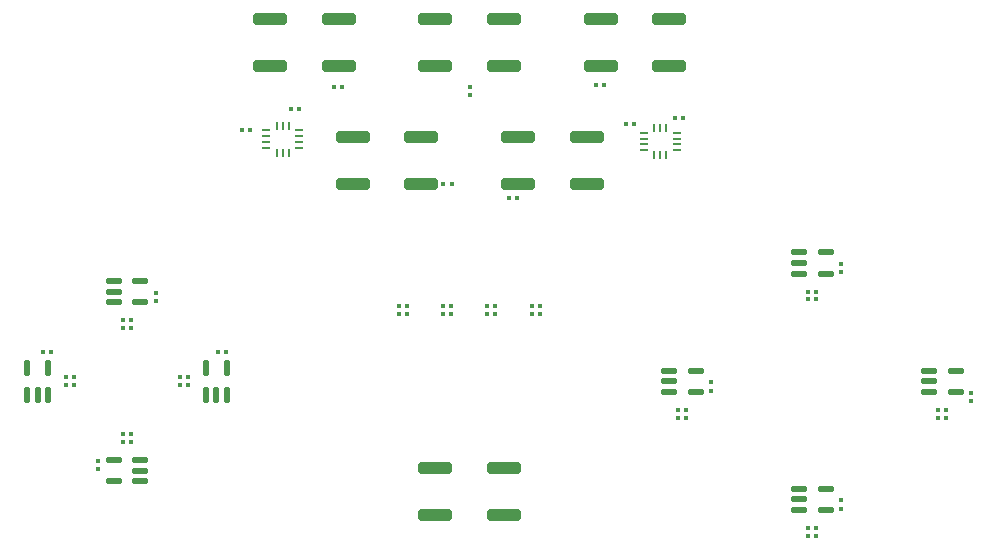
<source format=gbr>
%TF.GenerationSoftware,KiCad,Pcbnew,9.0.6-rc2*%
%TF.CreationDate,2025-11-03T16:29:51-08:00*%
%TF.ProjectId,Latte_Main_Board,4c617474-655f-44d6-9169-6e5f426f6172,rev?*%
%TF.SameCoordinates,Original*%
%TF.FileFunction,Paste,Top*%
%TF.FilePolarity,Positive*%
%FSLAX46Y46*%
G04 Gerber Fmt 4.6, Leading zero omitted, Abs format (unit mm)*
G04 Created by KiCad (PCBNEW 9.0.6-rc2) date 2025-11-03 16:29:51*
%MOMM*%
%LPD*%
G01*
G04 APERTURE LIST*
G04 Aperture macros list*
%AMRoundRect*
0 Rectangle with rounded corners*
0 $1 Rounding radius*
0 $2 $3 $4 $5 $6 $7 $8 $9 X,Y pos of 4 corners*
0 Add a 4 corners polygon primitive as box body*
4,1,4,$2,$3,$4,$5,$6,$7,$8,$9,$2,$3,0*
0 Add four circle primitives for the rounded corners*
1,1,$1+$1,$2,$3*
1,1,$1+$1,$4,$5*
1,1,$1+$1,$6,$7*
1,1,$1+$1,$8,$9*
0 Add four rect primitives between the rounded corners*
20,1,$1+$1,$2,$3,$4,$5,0*
20,1,$1+$1,$4,$5,$6,$7,0*
20,1,$1+$1,$6,$7,$8,$9,0*
20,1,$1+$1,$8,$9,$2,$3,0*%
G04 Aperture macros list end*
%ADD10R,0.370000X0.370000*%
%ADD11RoundRect,0.079500X0.079500X0.100500X-0.079500X0.100500X-0.079500X-0.100500X0.079500X-0.100500X0*%
%ADD12RoundRect,0.079500X0.100500X-0.079500X0.100500X0.079500X-0.100500X0.079500X-0.100500X-0.079500X0*%
%ADD13RoundRect,0.079500X-0.079500X-0.100500X0.079500X-0.100500X0.079500X0.100500X-0.079500X0.100500X0*%
%ADD14RoundRect,0.150000X-1.250000X-0.350000X1.250000X-0.350000X1.250000X0.350000X-1.250000X0.350000X0*%
%ADD15RoundRect,0.079500X-0.100500X0.079500X-0.100500X-0.079500X0.100500X-0.079500X0.100500X0.079500X0*%
%ADD16RoundRect,0.137500X0.525000X0.137500X-0.525000X0.137500X-0.525000X-0.137500X0.525000X-0.137500X0*%
%ADD17RoundRect,0.137500X-0.525000X-0.137500X0.525000X-0.137500X0.525000X0.137500X-0.525000X0.137500X0*%
%ADD18R,0.745000X0.280000*%
%ADD19R,0.280000X0.745000*%
%ADD20RoundRect,0.137500X0.137500X-0.525000X0.137500X0.525000X-0.137500X0.525000X-0.137500X-0.525000X0*%
G04 APERTURE END LIST*
D10*
%TO.C,RGB3*%
X104861562Y-69296391D03*
X105531562Y-69296391D03*
X105531562Y-68626391D03*
X104861562Y-68626391D03*
%TD*%
D11*
%TO.C,R17*%
X74665400Y-39547800D03*
X73975400Y-39547800D03*
%TD*%
D10*
%TO.C,RGB6*%
X78367681Y-49830020D03*
X77697681Y-49830020D03*
X77697681Y-50500020D03*
X78367681Y-50500020D03*
%TD*%
%TO.C,RGB11*%
X46848054Y-61365036D03*
X47518054Y-61365036D03*
X47518054Y-60695036D03*
X46848054Y-60695036D03*
%TD*%
D12*
%TO.C,C7*%
X49640000Y-49435000D03*
X49640000Y-48745000D03*
%TD*%
D13*
%TO.C,R18*%
X79535000Y-40700000D03*
X80225000Y-40700000D03*
%TD*%
D14*
%TO.C,SW7*%
X59290000Y-25540001D03*
X65090000Y-25540001D03*
X59290000Y-29540001D03*
X65090000Y-29540001D03*
%TD*%
%TO.C,SW6*%
X80290000Y-35540001D03*
X86090000Y-35540001D03*
X80290000Y-39540001D03*
X86090000Y-39540001D03*
%TD*%
D10*
%TO.C,RGB4*%
X93861563Y-59296390D03*
X94531563Y-59296390D03*
X94531563Y-58626390D03*
X93861563Y-58626390D03*
%TD*%
D15*
%TO.C,C5*%
X118650000Y-57215000D03*
X118650000Y-57905000D03*
%TD*%
D11*
%TO.C,C26*%
X61736800Y-33147000D03*
X61046800Y-33147000D03*
%TD*%
D16*
%TO.C,U11*%
X46045554Y-62880036D03*
X46045554Y-64680036D03*
X48320554Y-64680036D03*
X48320554Y-63780036D03*
X48320554Y-62880036D03*
%TD*%
D14*
%TO.C,SW1*%
X73290000Y-63540002D03*
X79090000Y-63540002D03*
X73290000Y-67540002D03*
X79090000Y-67540002D03*
%TD*%
D10*
%TO.C,RGB10*%
X42030177Y-56546390D03*
X42700177Y-56546390D03*
X42700177Y-55876390D03*
X42030177Y-55876390D03*
%TD*%
D17*
%TO.C,U8*%
X48321322Y-49543514D03*
X48321322Y-47743514D03*
X46046322Y-47743514D03*
X46046322Y-48643514D03*
X46046322Y-49543514D03*
%TD*%
%TO.C,U3*%
X95334063Y-57111390D03*
X95334063Y-55311390D03*
X93059063Y-55311390D03*
X93059063Y-56211390D03*
X93059063Y-57111390D03*
%TD*%
D13*
%TO.C,R20*%
X86855000Y-31160000D03*
X87545000Y-31160000D03*
%TD*%
D17*
%TO.C,U1*%
X106334063Y-47111390D03*
X106334063Y-45311390D03*
X104059063Y-45311390D03*
X104059063Y-46211390D03*
X104059063Y-47111390D03*
%TD*%
D13*
%TO.C,R19*%
X64735000Y-31300000D03*
X65425000Y-31300000D03*
%TD*%
D17*
%TO.C,U6*%
X117334063Y-57111391D03*
X117334063Y-55311391D03*
X115059063Y-55311391D03*
X115059063Y-56211391D03*
X115059063Y-57111391D03*
%TD*%
D14*
%TO.C,SW2*%
X73290000Y-25540001D03*
X79090000Y-25540001D03*
X73290000Y-29540001D03*
X79090000Y-29540001D03*
%TD*%
D12*
%TO.C,C4*%
X96650000Y-57005000D03*
X96650000Y-56315000D03*
%TD*%
D14*
%TO.C,SW8*%
X87290000Y-25540001D03*
X93090000Y-25540001D03*
X87290000Y-29540001D03*
X93090000Y-29540001D03*
%TD*%
%TO.C,SW5*%
X66290000Y-35540001D03*
X72090000Y-35540001D03*
X66290000Y-39540001D03*
X72090000Y-39540001D03*
%TD*%
D18*
%TO.C,U5*%
X93710000Y-36670000D03*
X93710000Y-36170000D03*
X93710000Y-35670000D03*
X93710000Y-35170000D03*
D19*
X92812000Y-34772000D03*
X92312000Y-34772000D03*
X91812000Y-34772000D03*
D18*
X90914000Y-35170000D03*
X90914000Y-35670000D03*
X90914000Y-36170000D03*
X90914000Y-36670000D03*
D19*
X91812000Y-37068000D03*
X92312000Y-37068000D03*
X92812000Y-37068000D03*
%TD*%
D11*
%TO.C,C8*%
X55595000Y-53760000D03*
X54905000Y-53760000D03*
%TD*%
D13*
%TO.C,C27*%
X89393200Y-34442400D03*
X90083200Y-34442400D03*
%TD*%
D10*
%TO.C,RGB7*%
X74617681Y-49830020D03*
X73947681Y-49830020D03*
X73947681Y-50500020D03*
X74617681Y-50500020D03*
%TD*%
D11*
%TO.C,C17*%
X40765000Y-53750000D03*
X40075000Y-53750000D03*
%TD*%
D13*
%TO.C,C24*%
X56881200Y-34950400D03*
X57571200Y-34950400D03*
%TD*%
D10*
%TO.C,RGB5*%
X82117681Y-49830020D03*
X81447681Y-49830020D03*
X81447681Y-50500020D03*
X82117681Y-50500020D03*
%TD*%
%TO.C,RGB12*%
X51666698Y-56547158D03*
X52336698Y-56547158D03*
X52336698Y-55877158D03*
X51666698Y-55877158D03*
%TD*%
D20*
%TO.C,U9*%
X55651698Y-55074658D03*
X53851698Y-55074658D03*
X53851698Y-57349658D03*
X54751698Y-57349658D03*
X55651698Y-57349658D03*
%TD*%
D12*
%TO.C,C3*%
X107650000Y-47005000D03*
X107650000Y-46315000D03*
%TD*%
D11*
%TO.C,C25*%
X94238600Y-33934400D03*
X93548600Y-33934400D03*
%TD*%
D12*
%TO.C,C6*%
X107650000Y-67005000D03*
X107650000Y-66315000D03*
%TD*%
D10*
%TO.C,RGB8*%
X70867681Y-49830020D03*
X70197681Y-49830020D03*
X70197681Y-50500020D03*
X70867681Y-50500020D03*
%TD*%
D15*
%TO.C,C18*%
X44730000Y-62985000D03*
X44730000Y-63675000D03*
%TD*%
D10*
%TO.C,RGB2*%
X115861563Y-59296391D03*
X116531563Y-59296391D03*
X116531563Y-58626391D03*
X115861563Y-58626391D03*
%TD*%
D20*
%TO.C,U10*%
X40515177Y-55073890D03*
X38715177Y-55073890D03*
X38715177Y-57348890D03*
X39615177Y-57348890D03*
X40515177Y-57348890D03*
%TD*%
D12*
%TO.C,R15*%
X76200000Y-31993400D03*
X76200000Y-31303400D03*
%TD*%
D10*
%TO.C,RGB9*%
X46848822Y-51728514D03*
X47518822Y-51728514D03*
X47518822Y-51058514D03*
X46848822Y-51058514D03*
%TD*%
%TO.C,RGB1*%
X104861563Y-49296390D03*
X105531563Y-49296390D03*
X105531563Y-48626390D03*
X104861563Y-48626390D03*
%TD*%
D18*
%TO.C,U4*%
X61778000Y-36470000D03*
X61778000Y-35970000D03*
X61778000Y-35470000D03*
X61778000Y-34970000D03*
D19*
X60880000Y-34572000D03*
X60380000Y-34571999D03*
X59880000Y-34572000D03*
D18*
X58982000Y-34970000D03*
X58982000Y-35470000D03*
X58982000Y-35970000D03*
X58982000Y-36470000D03*
D19*
X59880000Y-36868000D03*
X60380000Y-36868001D03*
X60880000Y-36868000D03*
%TD*%
D17*
%TO.C,U7*%
X106334062Y-67111391D03*
X106334062Y-65311391D03*
X104059062Y-65311391D03*
X104059062Y-66211391D03*
X104059062Y-67111391D03*
%TD*%
M02*

</source>
